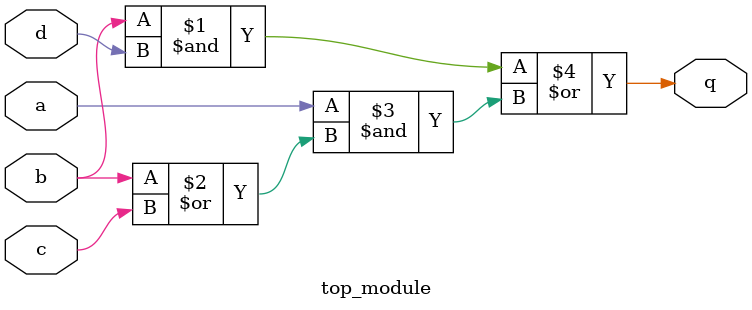
<source format=sv>
module top_module (
	input a, 
	input b, 
	input c, 
	input d,
	output q
);

	assign q = (b & d) | (a & (b | c));

endmodule

</source>
